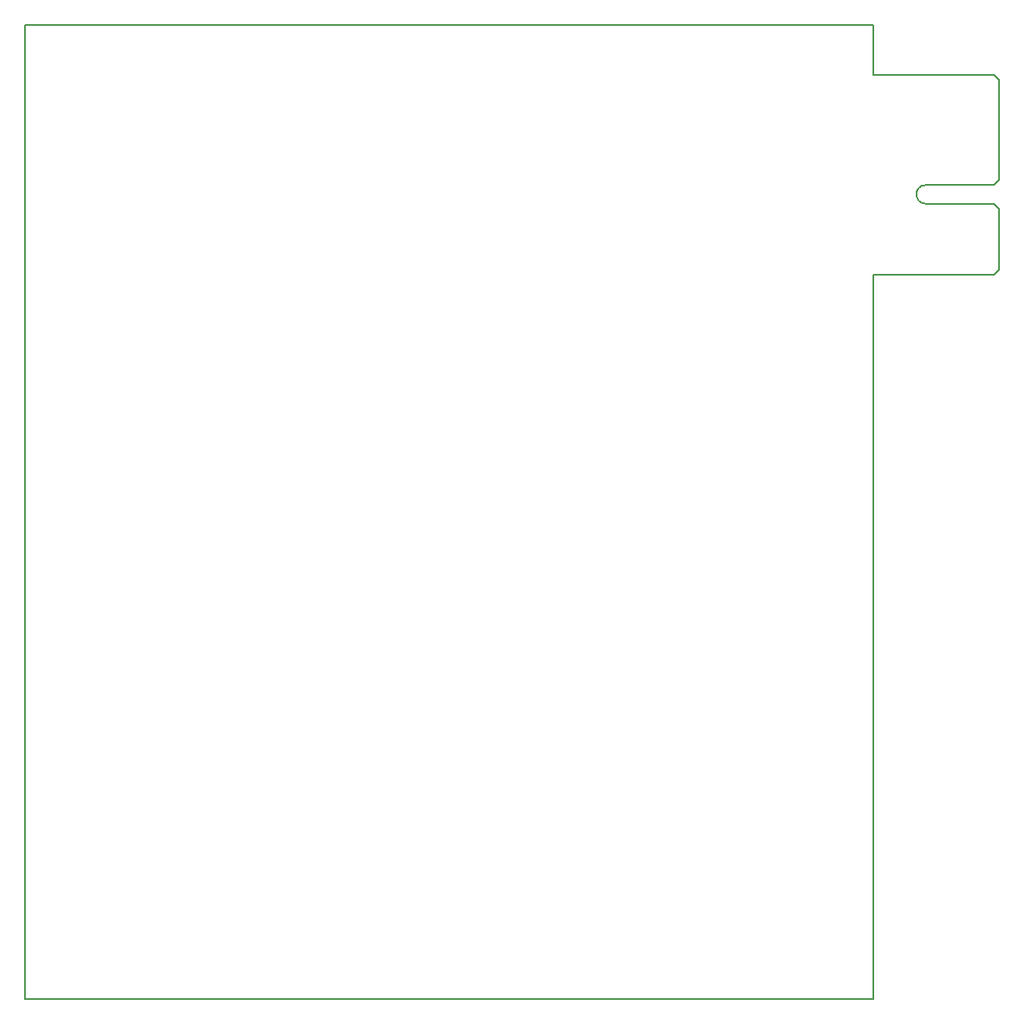
<source format=gko>
G04 ================== begin FILE IDENTIFICATION RECORD ==================*
G04 Layout Name:  DIG_OUT_CARD.brd*
G04 Film Name:    OUTLINE*
G04 File Format:  Gerber RS274X*
G04 File Origin:  Cadence Allegro 17.2-S057*
G04 Origin Date:  Wed Aug 07 01:21:42 2019*
G04 *
G04 Layer:  BOARD GEOMETRY/DESIGN_OUTLINE*
G04 Layer:  BOARD GEOMETRY/CUTOUT*
G04 *
G04 Offset:    (0.00 0.00)*
G04 Mirror:    No*
G04 Mode:      Positive*
G04 Rotation:  0*
G04 FullContactRelief:  No*
G04 UndefLineWidth:     5.00*
G04 ================== end FILE IDENTIFICATION RECORD ====================*
%FSLAX55Y55*MOIN*%
%IR0*IPPOS*OFA0.00000B0.00000*MIA0B0*SFA1.00000B1.00000*%
%ADD10C,.005*%
G75*
%LPD*%
G75*
G54D10*
G01X330669Y-13740D02*
G02Y-6260I0J3740D01*
G01X358031D01*
X360000Y-4291D01*
Y35866D01*
X358031Y37835D01*
X309803D01*
Y57835D01*
X-30000D01*
Y-332165D01*
X309803D01*
Y-42087D01*
X358031D01*
X360000Y-40118D01*
Y-15709D01*
X358031Y-13740D01*
X330669D01*
M02*

</source>
